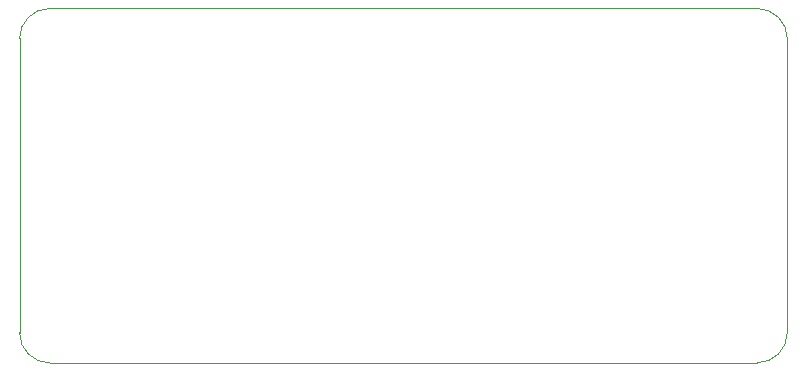
<source format=gbr>
G04 #@! TF.GenerationSoftware,KiCad,Pcbnew,5.1.5-52549c5~84~ubuntu18.04.1*
G04 #@! TF.CreationDate,2020-03-14T14:57:04-04:00*
G04 #@! TF.ProjectId,imac_g3_slot_loading_J22_adapter_board,696d6163-5f67-4335-9f73-6c6f745f6c6f,1*
G04 #@! TF.SameCoordinates,Original*
G04 #@! TF.FileFunction,Profile,NP*
%FSLAX46Y46*%
G04 Gerber Fmt 4.6, Leading zero omitted, Abs format (unit mm)*
G04 Created by KiCad (PCBNEW 5.1.5-52549c5~84~ubuntu18.04.1) date 2020-03-14 14:57:04*
%MOMM*%
%LPD*%
G04 APERTURE LIST*
%ADD10C,0.050000*%
G04 APERTURE END LIST*
D10*
X108432000Y-116868000D02*
G75*
G02X105892000Y-114328000I0J2540000D01*
G01*
X105892000Y-89408000D02*
G75*
G02X108432000Y-86868000I2540000J0D01*
G01*
X168352000Y-86868000D02*
G75*
G02X170892000Y-89408000I0J-2540000D01*
G01*
X170892000Y-114328000D02*
G75*
G02X168352000Y-116868000I-2540000J0D01*
G01*
X168352000Y-116868000D02*
X108432000Y-116868000D01*
X170892000Y-89408000D02*
X170892000Y-114328000D01*
X105892000Y-89408000D02*
X105892000Y-114328000D01*
X168352000Y-86868000D02*
X108432000Y-86868000D01*
M02*

</source>
